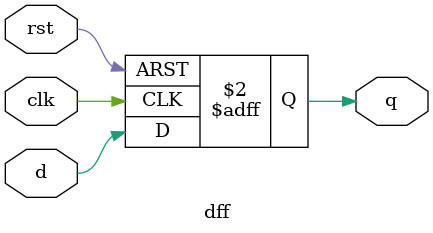
<source format=sv>
module dff(
  input logic clk,
  input logic rst,
  input logic d,
  output logic q
);
  
  always_ff @ (posedge clk or posedge rst)
    begin
      if(rst)
        q<=0;
      else
        q<=d;
    end
endmodule

</source>
